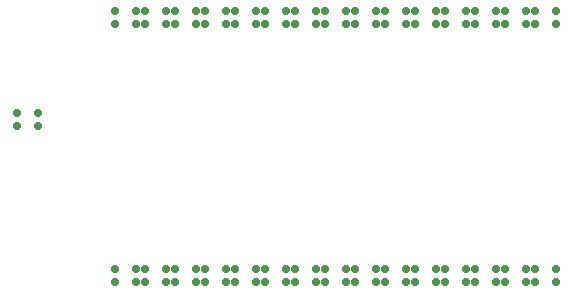
<source format=gtp>
%TF.GenerationSoftware,KiCad,Pcbnew,7.0.5-0*%
%TF.CreationDate,2023-06-17T21:21:13-07:00*%
%TF.ProjectId,JumperlessLEDboard,4a756d70-6572-46c6-9573-734c4544626f,rev?*%
%TF.SameCoordinates,Original*%
%TF.FileFunction,Paste,Top*%
%TF.FilePolarity,Positive*%
%FSLAX46Y46*%
G04 Gerber Fmt 4.6, Leading zero omitted, Abs format (unit mm)*
G04 Created by KiCad (PCBNEW 7.0.5-0) date 2023-06-17 21:21:13*
%MOMM*%
%LPD*%
G01*
G04 APERTURE LIST*
G04 Aperture macros list*
%AMRoundRect*
0 Rectangle with rounded corners*
0 $1 Rounding radius*
0 $2 $3 $4 $5 $6 $7 $8 $9 X,Y pos of 4 corners*
0 Add a 4 corners polygon primitive as box body*
4,1,4,$2,$3,$4,$5,$6,$7,$8,$9,$2,$3,0*
0 Add four circle primitives for the rounded corners*
1,1,$1+$1,$2,$3*
1,1,$1+$1,$4,$5*
1,1,$1+$1,$6,$7*
1,1,$1+$1,$8,$9*
0 Add four rect primitives between the rounded corners*
20,1,$1+$1,$2,$3,$4,$5,0*
20,1,$1+$1,$4,$5,$6,$7,0*
20,1,$1+$1,$6,$7,$8,$9,0*
20,1,$1+$1,$8,$9,$2,$3,0*%
G04 Aperture macros list end*
%ADD10RoundRect,0.150000X0.150000X0.200000X-0.150000X0.200000X-0.150000X-0.200000X0.150000X-0.200000X0*%
%ADD11RoundRect,0.150000X-0.150000X-0.200000X0.150000X-0.200000X0.150000X0.200000X-0.150000X0.200000X0*%
G04 APERTURE END LIST*
D10*
%TO.C,D116*%
X121412000Y-85894000D03*
X121412000Y-84794000D03*
X119634000Y-84794000D03*
X119634000Y-85894000D03*
%TD*%
%TO.C,D119*%
X129032000Y-85894000D03*
X129032000Y-84794000D03*
X127254000Y-84794000D03*
X127254000Y-85894000D03*
%TD*%
D11*
%TO.C,D98*%
X117094000Y-62950000D03*
X117094000Y-64050000D03*
X118872000Y-64050000D03*
X118872000Y-62950000D03*
%TD*%
%TO.C,D106*%
X96774000Y-62950000D03*
X96774000Y-64050000D03*
X98552000Y-64050000D03*
X98552000Y-62950000D03*
%TD*%
%TO.C,D99*%
X114554000Y-62950000D03*
X114554000Y-64050000D03*
X116332000Y-64050000D03*
X116332000Y-62950000D03*
%TD*%
%TO.C,D95*%
X124714000Y-62950000D03*
X124714000Y-64050000D03*
X126492000Y-64050000D03*
X126492000Y-62950000D03*
%TD*%
D10*
%TO.C,D108*%
X101092000Y-85894000D03*
X101092000Y-84794000D03*
X99314000Y-84794000D03*
X99314000Y-85894000D03*
%TD*%
%TO.C,D109*%
X103632000Y-85894000D03*
X103632000Y-84794000D03*
X101854000Y-84794000D03*
X101854000Y-85894000D03*
%TD*%
%TO.C,D118*%
X126492000Y-85894000D03*
X126492000Y-84794000D03*
X124714000Y-84794000D03*
X124714000Y-85894000D03*
%TD*%
%TO.C,D115*%
X118872000Y-85894000D03*
X118872000Y-84794000D03*
X117094000Y-84794000D03*
X117094000Y-85894000D03*
%TD*%
%TO.C,D112*%
X111252000Y-85894000D03*
X111252000Y-84794000D03*
X109474000Y-84794000D03*
X109474000Y-85894000D03*
%TD*%
%TO.C,D110*%
X106172000Y-85894000D03*
X106172000Y-84794000D03*
X104394000Y-84794000D03*
X104394000Y-85894000D03*
%TD*%
D11*
%TO.C,D101*%
X109474000Y-62950000D03*
X109474000Y-64050000D03*
X111252000Y-64050000D03*
X111252000Y-62950000D03*
%TD*%
%TO.C,D94*%
X127254000Y-62950000D03*
X127254000Y-64050000D03*
X129032000Y-64050000D03*
X129032000Y-62950000D03*
%TD*%
%TO.C,D96*%
X122174000Y-62950000D03*
X122174000Y-64050000D03*
X123952000Y-64050000D03*
X123952000Y-62950000D03*
%TD*%
D10*
%TO.C,D111*%
X108712000Y-85894000D03*
X108712000Y-84794000D03*
X106934000Y-84794000D03*
X106934000Y-85894000D03*
%TD*%
%TO.C,D117*%
X123952000Y-85894000D03*
X123952000Y-84794000D03*
X122174000Y-84794000D03*
X122174000Y-85894000D03*
%TD*%
D11*
%TO.C,D105*%
X99314000Y-62950000D03*
X99314000Y-64050000D03*
X101092000Y-64050000D03*
X101092000Y-62950000D03*
%TD*%
%TO.C,D93*%
X129794000Y-62950000D03*
X129794000Y-64050000D03*
X131572000Y-64050000D03*
X131572000Y-62950000D03*
%TD*%
D10*
%TO.C,D114*%
X116332000Y-85894000D03*
X116332000Y-84794000D03*
X114554000Y-84794000D03*
X114554000Y-85894000D03*
%TD*%
%TO.C,D122*%
X90297000Y-72686000D03*
X90297000Y-71586000D03*
X88519000Y-71586000D03*
X88519000Y-72686000D03*
%TD*%
%TO.C,D107*%
X98552000Y-85894000D03*
X98552000Y-84794000D03*
X96774000Y-84794000D03*
X96774000Y-85894000D03*
%TD*%
D11*
%TO.C,D103*%
X104394000Y-62950000D03*
X104394000Y-64050000D03*
X106172000Y-64050000D03*
X106172000Y-62950000D03*
%TD*%
%TO.C,D97*%
X119634000Y-62950000D03*
X119634000Y-64050000D03*
X121412000Y-64050000D03*
X121412000Y-62950000D03*
%TD*%
%TO.C,D92*%
X132334000Y-62950000D03*
X132334000Y-64050000D03*
X134112000Y-64050000D03*
X134112000Y-62950000D03*
%TD*%
%TO.C,D104*%
X101854000Y-62950000D03*
X101854000Y-64050000D03*
X103632000Y-64050000D03*
X103632000Y-62950000D03*
%TD*%
D10*
%TO.C,D120*%
X131572000Y-85894000D03*
X131572000Y-84794000D03*
X129794000Y-84794000D03*
X129794000Y-85894000D03*
%TD*%
D11*
%TO.C,D100*%
X112014000Y-62950000D03*
X112014000Y-64050000D03*
X113792000Y-64050000D03*
X113792000Y-62950000D03*
%TD*%
D10*
%TO.C,D113*%
X113792000Y-85894000D03*
X113792000Y-84794000D03*
X112014000Y-84794000D03*
X112014000Y-85894000D03*
%TD*%
D11*
%TO.C,D102*%
X106934000Y-62950000D03*
X106934000Y-64050000D03*
X108712000Y-64050000D03*
X108712000Y-62950000D03*
%TD*%
D10*
%TO.C,D121*%
X134112000Y-85894000D03*
X134112000Y-84794000D03*
X132334000Y-84794000D03*
X132334000Y-85894000D03*
%TD*%
M02*

</source>
